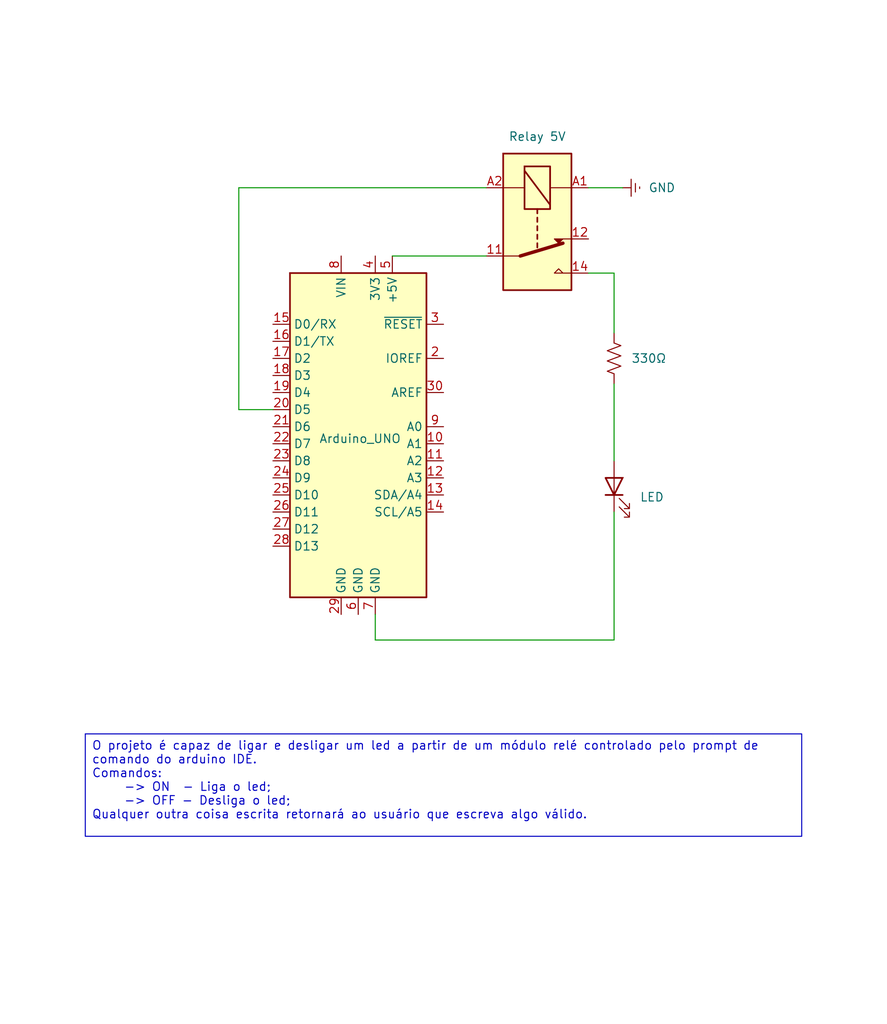
<source format=kicad_sch>
(kicad_sch (version 20250114) (generator "eeschema") (generator_version "9.0")
  (paper "User" 132.08 152.4)
  (title_block (title "Relay_ON_OFF") (date "26/12/2025"))
  (lib_symbols
    (symbol "Device:LED" (pin_numbers (hide yes)) (pin_names (offset 1.016) (hide yes))
      (property "Reference" "D" (at 0 2.54 0))
      (property "Value" "LED" (at 0 -2.54 0))
      (symbol "LED_0_1"
        (polyline (pts (xy -3.048 -0.762) (xy -4.572 -2.286) (xy -3.81 -2.286) (xy -4.572 -2.286) (xy -4.572 -1.524)))
        (polyline (pts (xy -1.778 -0.762) (xy -3.302 -2.286) (xy -2.54 -2.286) (xy -3.302 -2.286) (xy -3.302 -1.524)))
        (polyline (pts (xy -1.27 0) (xy 1.27 0)))
        (polyline (pts (xy -1.27 -1.27) (xy -1.27 1.27)) (stroke (width 0.254)))
        (polyline (pts (xy 1.27 -1.27) (xy 1.27 1.27) (xy -1.27 0) (xy 1.27 -1.27)) (stroke (width 0.254)))
      )
      (symbol "LED_1_1"
        (pin passive line (at -3.81 0 0) (length 2.54) (name "K") (number "1"))
        (pin passive line (at 3.81 0 180) (length 2.54) (name "A") (number "2"))
      )
    )
    (symbol "Device:R_US" (pin_numbers (hide yes)) (pin_names (offset 0))
      (property "Reference" "R" (at 2.54 0 90))
      (property "Value" "R_US" (at -2.54 0 90))
      (symbol "R_US_0_1"
        (polyline (pts (xy 0 2.286) (xy 0 2.54)))
        (polyline (pts (xy 0 2.286) (xy 1.016 1.905) (xy 0 1.524) (xy -1.016 1.143) (xy 0 0.762)))
        (polyline (pts (xy 0 0.762) (xy 1.016 0.381) (xy 0 0) (xy -1.016 -0.381) (xy 0 -0.762)))
        (polyline (pts (xy 0 -0.762) (xy 1.016 -1.143) (xy 0 -1.524) (xy -1.016 -1.905) (xy 0 -2.286)))
        (polyline (pts (xy 0 -2.286) (xy 0 -2.54)))
      )
      (symbol "R_US_1_1"
        (pin passive line (at 0 3.81 270) (length 1.27) (name "~") (number "1"))
        (pin passive line (at 0 -3.81 90) (length 1.27) (name "~") (number "2"))
      )
    )
    (symbol "MCU_Module:Arduino_UNO_R2"
      (property "Reference" "A" (at -10.16 23.495 0))
      (property "Value" "Arduino_UNO_R2" (at 5.08 -26.67 0))
      (symbol "Arduino_UNO_R2_0_1"
        (rectangle (start -10.16 22.86) (end 10.16 -25.4) (stroke (width 0.254)) (fill (type background)))
      )
      (symbol "Arduino_UNO_R2_1_1"
        (pin bidirectional line (at -12.7 15.24 0) (length 2.54) (name "D0/RX") (number "15"))
        (pin bidirectional line (at -12.7 12.7 0) (length 2.54) (name "D1/TX") (number "16"))
        (pin bidirectional line (at -12.7 10.16 0) (length 2.54) (name "D2") (number "17"))
        (pin bidirectional line (at -12.7 7.62 0) (length 2.54) (name "D3") (number "18"))
        (pin bidirectional line (at -12.7 5.08 0) (length 2.54) (name "D4") (number "19"))
        (pin bidirectional line (at -12.7 2.54 0) (length 2.54) (name "D5") (number "20"))
        (pin bidirectional line (at -12.7 0 0) (length 2.54) (name "D6") (number "21"))
        (pin bidirectional line (at -12.7 -2.54 0) (length 2.54) (name "D7") (number "22"))
        (pin bidirectional line (at -12.7 -5.08 0) (length 2.54) (name "D8") (number "23"))
        (pin bidirectional line (at -12.7 -7.62 0) (length 2.54) (name "D9") (number "24"))
        (pin bidirectional line (at -12.7 -10.16 0) (length 2.54) (name "D10") (number "25"))
        (pin bidirectional line (at -12.7 -12.7 0) (length 2.54) (name "D11") (number "26"))
        (pin bidirectional line (at -12.7 -15.24 0) (length 2.54) (name "D12") (number "27"))
        (pin bidirectional line (at -12.7 -17.78 0) (length 2.54) (name "D13") (number "28"))
        (pin no_connect line (at -10.16 -20.32 0) (length 2.54) (hide yes) (name "NC") (number "1"))
        (pin power_in line (at -2.54 25.4 270) (length 2.54) (name "VIN") (number "8"))
        (pin power_in line (at -2.54 -27.94 90) (length 2.54) (name "GND") (number "29"))
        (pin power_in line (at 0 -27.94 90) (length 2.54) (name "GND") (number "6"))
        (pin power_out line (at 2.54 25.4 270) (length 2.54) (name "3V3") (number "4"))
        (pin power_in line (at 2.54 -27.94 90) (length 2.54) (name "GND") (number "7"))
        (pin power_out line (at 5.08 25.4 270) (length 2.54) (name "+5V") (number "5"))
        (pin input line (at 12.7 15.24 180) (length 2.54) (name "~{RESET}") (number "3"))
        (pin output line (at 12.7 10.16 180) (length 2.54) (name "IOREF") (number "2"))
        (pin input line (at 12.7 5.08 180) (length 2.54) (name "AREF") (number "30"))
        (pin bidirectional line (at 12.7 0 180) (length 2.54) (name "A0") (number "9"))
        (pin bidirectional line (at 12.7 -2.54 180) (length 2.54) (name "A1") (number "10"))
        (pin bidirectional line (at 12.7 -5.08 180) (length 2.54) (name "A2") (number "11"))
        (pin bidirectional line (at 12.7 -7.62 180) (length 2.54) (name "A3") (number "12"))
        (pin bidirectional line (at 12.7 -10.16 180) (length 2.54) (name "SDA/A4") (number "13"))
        (pin bidirectional line (at 12.7 -12.7 180) (length 2.54) (name "SCL/A5") (number "14"))
      )
    )
    (symbol "Relay:JQC-3FF-005-1Z"
      (property "Reference" "K" (at 11.43 3.81 0))
      (property "Value" "JQC-3FF-005-1Z" (at 11.43 1.27 0))
      (symbol "JQC-3FF-005-1Z_0_0"
        (polyline (pts (xy 7.62 5.08) (xy 7.62 2.54) (xy 6.985 3.175) (xy 7.62 3.81)))
      )
      (symbol "JQC-3FF-005-1Z_0_1"
        (rectangle (start -10.16 5.08) (end 10.16 -5.08) (stroke (width 0.254)) (fill (type background)))
        (rectangle (start -8.255 1.905) (end -1.905 -1.905) (stroke (width 0.254)))
        (polyline (pts (xy -7.62 -1.905) (xy -2.54 1.905)) (stroke (width 0.254)))
        (polyline (pts (xy -5.08 5.08) (xy -5.08 1.905)))
        (polyline (pts (xy -5.08 -5.08) (xy -5.08 -1.905)))
        (polyline (pts (xy -1.905 0) (xy -1.27 0)) (stroke (width 0.254)))
        (polyline (pts (xy -0.635 0) (xy 0 0)) (stroke (width 0.254)))
        (polyline (pts (xy 0.635 0) (xy 1.27 0)) (stroke (width 0.254)))
        (polyline (pts (xy 1.905 0) (xy 2.54 0)) (stroke (width 0.254)))
        (polyline (pts (xy 2.54 5.08) (xy 2.54 2.54) (xy 3.175 3.175) (xy 2.54 3.81)) (fill (type outline)))
        (polyline (pts (xy 3.175 0) (xy 3.81 0)) (stroke (width 0.254)))
        (polyline (pts (xy 5.08 -2.54) (xy 3.175 3.81)) (stroke (width 0.508)))
        (polyline (pts (xy 5.08 -2.54) (xy 5.08 -5.08)))
      )
      (symbol "JQC-3FF-005-1Z_1_1"
        (pin passive line (at -5.08 7.62 270) (length 2.54) (name "~") (number "A1"))
        (pin passive line (at -5.08 -7.62 90) (length 2.54) (name "~") (number "A2"))
        (pin passive line (at 2.54 7.62 270) (length 2.54) (name "~") (number "12"))
        (pin passive line (at 5.08 -7.62 90) (length 2.54) (name "~") (number "11"))
        (pin passive line (at 7.62 7.62 270) (length 2.54) (name "~") (number "14"))
      )
    )
    (symbol "power:Earth" (power) (pin_numbers (hide yes)) (pin_names (offset 0) (hide yes))
      (property "Value" "Earth" (at 0 -3.81 0))
      (symbol "Earth_0_1"
        (polyline (pts (xy -0.635 -1.905) (xy 0.635 -1.905)))
        (polyline (pts (xy -0.127 -2.54) (xy 0.127 -2.54)))
        (polyline (pts (xy 0 -1.27) (xy 0 0)))
        (polyline (pts (xy 1.27 -1.27) (xy -1.27 -1.27)))
      )
      (symbol "Earth_1_1"
        (pin power_in line (at 0 0 270) (length 0) (name "~") (number "1"))
      )
    )
  )
  (text_box "O projeto é capaz de ligar e desligar um led a partir de um módulo relé controlado pelo prompt de comando do arduino IDE.\nComandos: \n	-> ON  - Liga o led;\n	-> OFF - Desliga o led;\nQualquer outra coisa escrita retornará ao usuário que escreva algo válido." (at 12.7 109.22 0) (size 106.68 15.24) (margins 0.9525 0.9525 0.9525 0.9525) (effects (font (size 1.27 1.27)) (justify left top)))
  (wire (pts (xy 91.44 95.25) (xy 55.88 95.25)))
  (wire (pts (xy 87.63 27.94) (xy 92.71 27.94)))
  (wire (pts (xy 35.56 60.96) (xy 35.56 27.94)))
  (wire (pts (xy 91.44 40.64) (xy 91.44 49.53)))
  (wire (pts (xy 55.88 91.44) (xy 55.88 95.25)))
  (wire (pts (xy 91.44 76.2) (xy 91.44 95.25)))
  (wire (pts (xy 35.56 27.94) (xy 72.39 27.94)))
  (wire (pts (xy 87.63 40.64) (xy 91.44 40.64)))
  (wire (pts (xy 40.64 60.96) (xy 35.56 60.96)))
  (wire (pts (xy 91.44 57.15) (xy 91.44 68.58)))
  (wire (pts (xy 58.42 38.1) (xy 72.39 38.1)))
  (symbol (lib_id "Device:LED") (at 91.44 72.39 90) (unit 1)
    (property "Reference" "D1" (effects (hide yes)))
    (property "Value" "LED" (at 95.25 73.9774 90) (effects (justify right)))
    (property "Description" "Light emitting diode" (effects (hide yes)))
    (property "Sim.Pins" "1=K 2=A" (effects (hide yes)))
  )
  (symbol (lib_id "Relay:JQC-3FF-005-1Z") (at 80.01 33.02 270) (unit 1)
    (property "Reference" "K1" (effects (hide yes)))
    (property "Value" "Relay 5V" (at 80.01 20.32 90))
    (property "Footprint" "Relay_THT:Relay_SPDT_Hongfa_JQC-3FF_0XX-1Z" (effects (hide yes)))
    (property "Datasheet" "https://www.digikey.com/htmldatasheets/production/2071105/0/0/1/JQC-3FF.pdf" (effects (hide yes)))
    (property "Description" "Subminiature High Power SPDT Relay, 5V Coil nom. 0.36W, 10A switching current, max 10A@277VAC/28VDC" (effects (hide yes)))
  )
  (symbol (lib_id "MCU_Module:Arduino_UNO_R2") (at 53.34 63.5 0) (unit 1)
    (property "Reference" "A1" (effects (hide yes)))
    (property "Value" "Arduino_UNO" (at 47.498 65.278 0) (effects (justify left)))
    (property "Footprint" "Module:Arduino_UNO_R2" (effects (hide yes)))
    (property "Datasheet" "https://www.arduino.cc/en/Main/arduinoBoardUno" (effects (hide yes)))
    (property "Description" "Arduino UNO Microcontroller Module, release 2" (effects (hide yes)))
  )
  (symbol (lib_id "Device:R_US") (at 91.44 53.34 0) (unit 1)
    (property "Reference" "330Ω" (at 93.98 53.3399 0) (effects (justify left)))
    (property "Value" "R_US" (effects (hide yes)))
    (property "Description" "Resistor, US symbol" (effects (hide yes)))
  )
  (symbol (lib_id "power:Earth") (at 92.71 27.94 90) (unit 1)
    (property "Reference" "#PWR01" (effects (hide yes)))
    (property "Value" "GND" (at 96.52 27.9399 90) (effects (justify right)))
    (property "Description" "Power symbol creates a global label with name \"Earth\"" (effects (hide yes)))
  )
)
</source>
